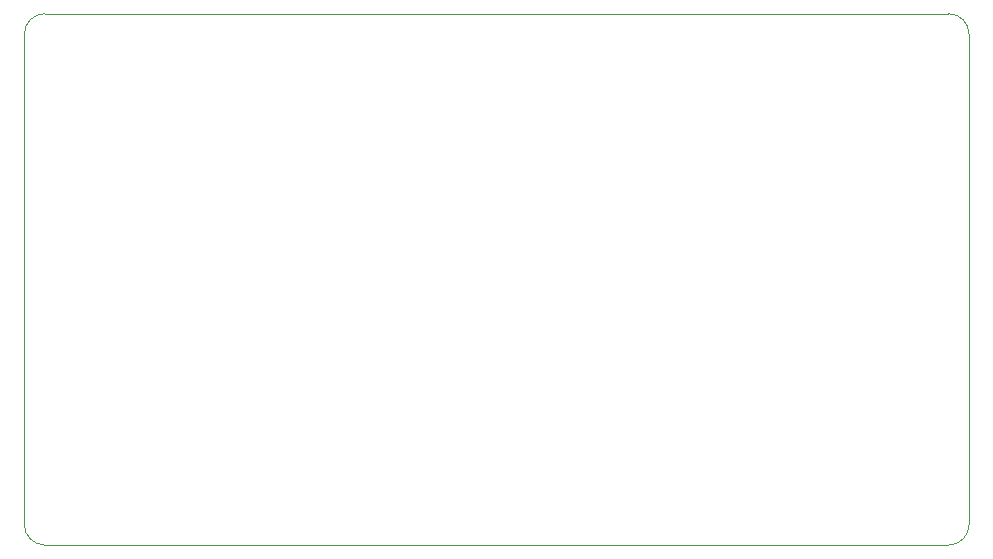
<source format=gm1>
G04 #@! TF.GenerationSoftware,KiCad,Pcbnew,8.0.4*
G04 #@! TF.CreationDate,2024-09-29T21:07:47+02:00*
G04 #@! TF.ProjectId,SUMEC_MK_IV,53554d45-435f-44d4-9b5f-49562e6b6963,v2.1.1*
G04 #@! TF.SameCoordinates,Original*
G04 #@! TF.FileFunction,Profile,NP*
%FSLAX46Y46*%
G04 Gerber Fmt 4.6, Leading zero omitted, Abs format (unit mm)*
G04 Created by KiCad (PCBNEW 8.0.4) date 2024-09-29 21:07:47*
%MOMM*%
%LPD*%
G01*
G04 APERTURE LIST*
G04 #@! TA.AperFunction,Profile*
%ADD10C,0.100000*%
G04 #@! TD*
G04 APERTURE END LIST*
D10*
X182250000Y-124500000D02*
X182250000Y-83000000D01*
X104000000Y-126250000D02*
G75*
G02*
X102250000Y-124500000I0J1750000D01*
G01*
X102250000Y-83000000D02*
X102250000Y-124500000D01*
X104000000Y-126250000D02*
X180500000Y-126250000D01*
X180500000Y-81250000D02*
G75*
G02*
X182250000Y-83000000I0J-1750000D01*
G01*
X182250000Y-124500000D02*
G75*
G02*
X180500000Y-126250000I-1750000J0D01*
G01*
X102250000Y-83000000D02*
G75*
G02*
X104000000Y-81250000I1750000J0D01*
G01*
X180500000Y-81250000D02*
X104000000Y-81250000D01*
M02*

</source>
